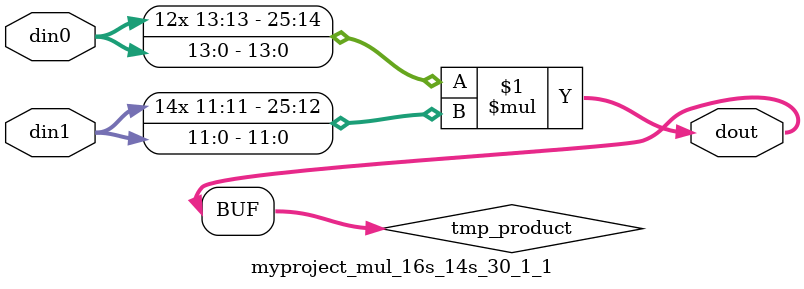
<source format=v>

`timescale 1 ns / 1 ps

  module myproject_mul_16s_14s_30_1_1(din0, din1, dout);
parameter ID = 1;
parameter NUM_STAGE = 0;
parameter din0_WIDTH = 14;
parameter din1_WIDTH = 12;
parameter dout_WIDTH = 26;

input [din0_WIDTH - 1 : 0] din0; 
input [din1_WIDTH - 1 : 0] din1; 
output [dout_WIDTH - 1 : 0] dout;

wire signed [dout_WIDTH - 1 : 0] tmp_product;













assign tmp_product = $signed(din0) * $signed(din1);








assign dout = tmp_product;







endmodule

</source>
